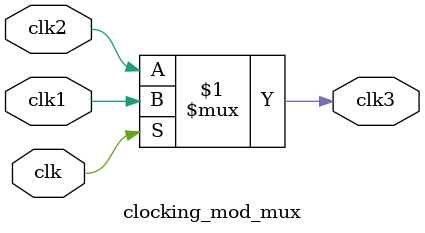
<source format=v>
`timescale 1ns / 1ps
module clocking_mod_mux(
input clk,clk1,clk2,
output  clk3
    );
 assign clk3=(clk)?clk1:clk2 ;	 
endmodule

</source>
